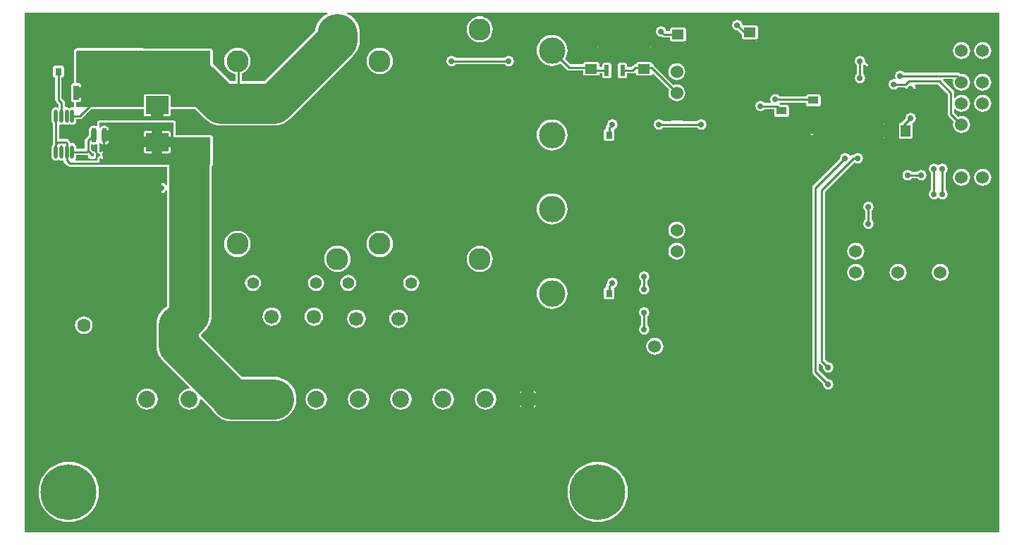
<source format=gbl>
G04 Layer_Physical_Order=2*
G04 Layer_Color=16711680*
%FSLAX24Y24*%
%MOIN*%
G70*
G01*
G75*
%ADD10R,0.0157X0.0157*%
%ADD12O,0.0236X0.0709*%
%ADD14R,0.0315X0.0374*%
%ADD19O,0.0177X0.0630*%
%ADD20R,0.1080X0.0850*%
%ADD21R,0.0256X0.0689*%
%ADD23C,0.0100*%
%ADD24C,0.1900*%
%ADD26C,0.1037*%
%ADD27C,0.0551*%
%ADD28C,0.0600*%
%ADD29C,0.0669*%
%ADD30C,0.0799*%
%ADD31C,0.1250*%
%ADD32C,0.0630*%
%ADD33C,0.0290*%
%ADD34C,0.0500*%
%ADD35C,0.2640*%
%ADD36R,0.0551X0.0453*%
%ADD37R,0.0236X0.0531*%
%ADD38R,0.0480X0.0358*%
%ADD39R,0.0453X0.0551*%
G36*
X9000Y22998D02*
X9000Y20318D01*
X7119Y20318D01*
Y20831D01*
X7112Y20870D01*
X7090Y20903D01*
X7056Y20925D01*
X7017Y20932D01*
X5938D01*
X5899Y20925D01*
X5865Y20903D01*
X5843Y20870D01*
X5836Y20831D01*
Y20318D01*
X2663Y20318D01*
Y20554D01*
X2785D01*
X2824Y20561D01*
X2857Y20583D01*
X2879Y20616D01*
X2887Y20656D01*
Y20750D01*
X2657D01*
Y21250D01*
X2887D01*
Y21344D01*
X2879Y21384D01*
X2857Y21417D01*
X2824Y21439D01*
X2785Y21446D01*
X2663D01*
X2663Y22969D01*
X2698Y23004D01*
X9000Y22998D01*
D02*
G37*
G36*
X46296Y204D02*
X204D01*
Y24796D01*
X14533D01*
X14543Y24747D01*
X14522Y24738D01*
X14381Y24652D01*
X14255Y24545D01*
X14148Y24419D01*
X14062Y24278D01*
X13998Y24125D01*
X13960Y23965D01*
X13958Y23948D01*
X11564Y21553D01*
X10486D01*
Y21921D01*
X10513Y21930D01*
X10621Y21987D01*
X10715Y22064D01*
X10793Y22159D01*
X10850Y22266D01*
X10885Y22383D01*
X10897Y22504D01*
X10885Y22625D01*
X10850Y22742D01*
X10793Y22849D01*
X10715Y22944D01*
X10621Y23021D01*
X10513Y23078D01*
X10397Y23114D01*
X10276Y23126D01*
X10154Y23114D01*
X10038Y23078D01*
X9930Y23021D01*
X9836Y22944D01*
X9759Y22849D01*
X9701Y22742D01*
X9666Y22625D01*
X9654Y22504D01*
X9666Y22383D01*
X9701Y22266D01*
X9759Y22159D01*
X9836Y22064D01*
X9930Y21987D01*
X10038Y21930D01*
X10154Y21894D01*
X10180Y21892D01*
Y21553D01*
X9936D01*
X9245Y22245D01*
X9119Y22352D01*
X9102Y22363D01*
Y22998D01*
X9098Y23017D01*
X9094Y23037D01*
X9094Y23037D01*
X9094Y23037D01*
X9083Y23054D01*
X9072Y23070D01*
X9072Y23070D01*
X9072Y23070D01*
X9056Y23081D01*
X9039Y23092D01*
X9039Y23092D01*
X9039Y23092D01*
X9020Y23096D01*
X9000Y23100D01*
X2698Y23106D01*
X2698Y23106D01*
X2698Y23106D01*
X2678Y23102D01*
X2659Y23099D01*
X2659Y23099D01*
X2659Y23099D01*
X2642Y23087D01*
X2626Y23077D01*
X2626Y23077D01*
X2626Y23077D01*
X2591Y23041D01*
X2591Y23041D01*
X2590Y23041D01*
X2579Y23025D01*
X2568Y23008D01*
X2568Y23008D01*
X2568Y23008D01*
X2564Y22989D01*
X2561Y22969D01*
X2561Y22969D01*
X2561Y22969D01*
X2561Y21446D01*
X2529D01*
X2490Y21439D01*
X2457Y21417D01*
X2434Y21384D01*
X2427Y21344D01*
Y20656D01*
X2434Y20616D01*
X2457Y20583D01*
X2490Y20561D01*
X2529Y20554D01*
X2561D01*
Y20340D01*
X2556Y20333D01*
X2522Y20306D01*
X2513Y20303D01*
X2461Y20313D01*
X2388Y20299D01*
X2333Y20262D01*
X2279Y20299D01*
X2205Y20313D01*
X2170Y20306D01*
X2120Y20346D01*
Y20511D01*
X2108Y20569D01*
X2075Y20619D01*
X1965Y20729D01*
Y21711D01*
X1970D01*
X2009Y21719D01*
X2042Y21741D01*
X2064Y21774D01*
X2072Y21813D01*
Y22187D01*
X2064Y22226D01*
X2042Y22259D01*
X2009Y22281D01*
X1970Y22289D01*
X1655D01*
X1616Y22281D01*
X1583Y22259D01*
X1560Y22226D01*
X1553Y22187D01*
Y21813D01*
X1560Y21774D01*
X1583Y21741D01*
X1616Y21719D01*
X1655Y21711D01*
X1659D01*
Y20665D01*
X1671Y20607D01*
X1704Y20557D01*
X1814Y20447D01*
Y20320D01*
X1775Y20299D01*
X1764Y20299D01*
X1694Y20313D01*
X1620Y20299D01*
X1558Y20257D01*
X1516Y20194D01*
X1501Y20121D01*
Y19668D01*
X1516Y19595D01*
X1541Y19558D01*
Y18539D01*
X1516Y18502D01*
X1501Y18428D01*
Y17975D01*
X1516Y17902D01*
X1558Y17839D01*
X1620Y17798D01*
X1694Y17783D01*
X1767Y17798D01*
X1822Y17834D01*
X1876Y17798D01*
X1950Y17783D01*
X2002Y17793D01*
X2035Y17784D01*
X2056Y17760D01*
X2064Y17721D01*
X2097Y17671D01*
X2228Y17540D01*
X2278Y17507D01*
X2337Y17495D01*
X3777D01*
X3792Y17498D01*
X6947D01*
Y16630D01*
X6897Y16615D01*
X6856Y16677D01*
X6775Y16731D01*
X6679Y16750D01*
Y16250D01*
X6775Y16269D01*
X6856Y16323D01*
X6897Y16385D01*
X6947Y16370D01*
Y10921D01*
X6863Y10837D01*
X6755Y10745D01*
X6648Y10619D01*
X6562Y10478D01*
X6498Y10325D01*
X6460Y10165D01*
X6447Y10000D01*
Y9050D01*
X6460Y8885D01*
X6498Y8725D01*
X6562Y8572D01*
X6648Y8431D01*
X6755Y8305D01*
X8012Y7049D01*
X7988Y7002D01*
X7870Y6987D01*
X7748Y6936D01*
X7644Y6856D01*
X7564Y6752D01*
X7513Y6630D01*
X7496Y6500D01*
X7513Y6370D01*
X7564Y6248D01*
X7644Y6144D01*
X7748Y6064D01*
X7870Y6013D01*
X8000Y5996D01*
X8130Y6013D01*
X8252Y6064D01*
X8356Y6144D01*
X8436Y6248D01*
X8487Y6370D01*
X8502Y6488D01*
X8549Y6512D01*
X9098Y5963D01*
X9148Y5881D01*
X9255Y5755D01*
X9381Y5648D01*
X9522Y5562D01*
X9675Y5498D01*
X9835Y5460D01*
X10000Y5447D01*
X12000D01*
X12165Y5460D01*
X12325Y5498D01*
X12478Y5562D01*
X12619Y5648D01*
X12745Y5755D01*
X12852Y5881D01*
X12938Y6022D01*
X13002Y6175D01*
X13040Y6335D01*
X13053Y6500D01*
X13040Y6665D01*
X13002Y6825D01*
X12938Y6978D01*
X12852Y7119D01*
X12745Y7245D01*
X12619Y7352D01*
X12478Y7438D01*
X12325Y7502D01*
X12165Y7540D01*
X12000Y7553D01*
X10486D01*
X8553Y9486D01*
Y9548D01*
X8745Y9739D01*
X8852Y9865D01*
X8938Y10006D01*
X9002Y10159D01*
X9040Y10319D01*
X9053Y10484D01*
Y17500D01*
X9052Y17515D01*
X9072Y17528D01*
X9094Y17561D01*
X9102Y17600D01*
Y18900D01*
X9094Y18939D01*
X9072Y18972D01*
X9039Y18994D01*
X9000Y19002D01*
X7352D01*
Y19600D01*
X7344Y19639D01*
X7322Y19672D01*
X7289Y19694D01*
X7250Y19702D01*
X3750D01*
X3711Y19694D01*
X3678Y19672D01*
X3656Y19639D01*
X3648Y19600D01*
Y19433D01*
X3598Y19406D01*
X3563Y19430D01*
X3477Y19447D01*
X3392Y19430D01*
X3320Y19382D01*
X3272Y19310D01*
X3255Y19224D01*
Y18982D01*
X3094Y18821D01*
X3061Y18771D01*
X3049Y18713D01*
Y18355D01*
X2654D01*
Y18428D01*
X2639Y18502D01*
X2597Y18564D01*
X2535Y18606D01*
X2461Y18620D01*
X2408Y18610D01*
X2376Y18619D01*
X2354Y18643D01*
X2347Y18682D01*
X2314Y18732D01*
X2271Y18775D01*
X2221Y18808D01*
X2163Y18819D01*
X1847D01*
Y19455D01*
X1897Y19486D01*
X1950Y19476D01*
X2023Y19490D01*
X2077Y19527D01*
X2132Y19490D01*
X2205Y19476D01*
X2279Y19490D01*
X2333Y19527D01*
X2388Y19490D01*
X2461Y19476D01*
X2535Y19490D01*
X2597Y19532D01*
X2639Y19595D01*
X2654Y19668D01*
Y19742D01*
X2824D01*
X2882Y19753D01*
X2932Y19786D01*
X3361Y20216D01*
X5836Y20216D01*
Y19981D01*
X5843Y19941D01*
X5865Y19908D01*
X5899Y19886D01*
X5938Y19879D01*
X6177D01*
Y20406D01*
X6777D01*
Y19879D01*
X7017D01*
X7056Y19886D01*
X7090Y19908D01*
X7112Y19941D01*
X7119Y19981D01*
Y20216D01*
X8295Y20216D01*
X8755Y19755D01*
X8881Y19648D01*
X9022Y19562D01*
X9175Y19498D01*
X9335Y19460D01*
X9500Y19447D01*
X12000D01*
X12165Y19460D01*
X12325Y19498D01*
X12478Y19562D01*
X12619Y19648D01*
X12745Y19755D01*
X15745Y22755D01*
X15852Y22881D01*
X15938Y23022D01*
X16002Y23175D01*
X16040Y23335D01*
X16053Y23500D01*
Y23800D01*
X16040Y23965D01*
X16002Y24125D01*
X15938Y24278D01*
X15852Y24419D01*
X15745Y24545D01*
X15619Y24652D01*
X15478Y24738D01*
X15457Y24747D01*
X15467Y24796D01*
X46296D01*
Y204D01*
D02*
G37*
G36*
X3648Y18544D02*
Y18211D01*
X3649Y18206D01*
X3649Y18201D01*
X3653Y18186D01*
X3656Y18172D01*
X3659Y18168D01*
X3660Y18163D01*
X3670Y18151D01*
X3678Y18139D01*
X3682Y18136D01*
X3685Y18132D01*
X3699Y18125D01*
X3711Y18117D01*
X3716Y18116D01*
X3720Y18113D01*
X3770Y18098D01*
X3772Y18098D01*
Y17998D01*
X3770Y17998D01*
X3720Y17983D01*
X3716Y17980D01*
X3711Y17980D01*
X3699Y17971D01*
X3685Y17964D01*
X3682Y17960D01*
X3678Y17957D01*
X3670Y17945D01*
X3660Y17933D01*
X3659Y17929D01*
X3656Y17924D01*
X3653Y17910D01*
X3649Y17895D01*
X3649Y17890D01*
X3648Y17885D01*
Y17801D01*
X2623D01*
X2605Y17851D01*
X2639Y17902D01*
X2654Y17975D01*
Y18049D01*
X3155D01*
X3180Y18054D01*
X3221Y18012D01*
Y17969D01*
X3229Y17930D01*
X3251Y17897D01*
X3284Y17875D01*
X3323Y17867D01*
X3481D01*
X3520Y17875D01*
X3553Y17897D01*
X3575Y17930D01*
X3583Y17969D01*
Y18127D01*
X3575Y18166D01*
X3553Y18199D01*
X3520Y18221D01*
X3481Y18229D01*
X3437D01*
X3355Y18311D01*
Y18516D01*
X3405Y18544D01*
X3477Y18530D01*
X3563Y18547D01*
X3598Y18570D01*
X3648Y18544D01*
D02*
G37*
G36*
X7250Y18900D02*
X9000D01*
Y17600D01*
X3750D01*
Y17885D01*
X3800Y17900D01*
X3802Y17897D01*
X3835Y17875D01*
X3874Y17867D01*
X3953D01*
Y18229D01*
X3874D01*
X3835Y18221D01*
X3802Y18199D01*
X3800Y18196D01*
X3750Y18211D01*
Y18610D01*
X3800Y18625D01*
X3820Y18595D01*
X3892Y18547D01*
X3977Y18530D01*
X4063Y18547D01*
X4135Y18595D01*
X4183Y18667D01*
X4197Y18738D01*
X3977D01*
Y19238D01*
X4197D01*
X4183Y19310D01*
X4135Y19382D01*
X4063Y19430D01*
X3977Y19447D01*
X3892Y19430D01*
X3820Y19382D01*
X3800Y19351D01*
X3750Y19367D01*
Y19600D01*
X7250D01*
Y18900D01*
D02*
G37*
%LPC*%
G36*
X21724Y13752D02*
X21603Y13740D01*
X21486Y13704D01*
X21379Y13647D01*
X21285Y13570D01*
X21207Y13475D01*
X21150Y13368D01*
X21115Y13251D01*
X21103Y13130D01*
X21115Y13009D01*
X21150Y12892D01*
X21207Y12785D01*
X21285Y12690D01*
X21379Y12613D01*
X21486Y12556D01*
X21603Y12520D01*
X21724Y12508D01*
X21846Y12520D01*
X21962Y12556D01*
X22070Y12613D01*
X22164Y12690D01*
X22241Y12785D01*
X22299Y12892D01*
X22334Y13009D01*
X22346Y13130D01*
X22334Y13251D01*
X22299Y13368D01*
X22241Y13475D01*
X22164Y13570D01*
X22070Y13647D01*
X21962Y13704D01*
X21846Y13740D01*
X21724Y13752D01*
D02*
G37*
G36*
X43500Y12903D02*
X43396Y12890D01*
X43298Y12849D01*
X43215Y12785D01*
X43151Y12702D01*
X43110Y12604D01*
X43097Y12500D01*
X43110Y12396D01*
X43151Y12298D01*
X43215Y12215D01*
X43298Y12151D01*
X43396Y12110D01*
X43500Y12097D01*
X43604Y12110D01*
X43702Y12151D01*
X43785Y12215D01*
X43849Y12298D01*
X43890Y12396D01*
X43903Y12500D01*
X43890Y12604D01*
X43849Y12702D01*
X43785Y12785D01*
X43702Y12849D01*
X43604Y12890D01*
X43500Y12903D01*
D02*
G37*
G36*
X15000Y13756D02*
X14879Y13744D01*
X14762Y13708D01*
X14655Y13651D01*
X14560Y13573D01*
X14483Y13479D01*
X14426Y13372D01*
X14390Y13255D01*
X14378Y13134D01*
X14390Y13013D01*
X14426Y12896D01*
X14483Y12788D01*
X14560Y12694D01*
X14655Y12617D01*
X14762Y12559D01*
X14879Y12524D01*
X15000Y12512D01*
X15121Y12524D01*
X15238Y12559D01*
X15345Y12617D01*
X15440Y12694D01*
X15517Y12788D01*
X15574Y12896D01*
X15610Y13013D01*
X15622Y13134D01*
X15610Y13255D01*
X15574Y13372D01*
X15517Y13479D01*
X15440Y13573D01*
X15345Y13651D01*
X15238Y13708D01*
X15121Y13744D01*
X15000Y13756D01*
D02*
G37*
G36*
X39500Y13903D02*
X39396Y13890D01*
X39298Y13849D01*
X39215Y13785D01*
X39151Y13702D01*
X39110Y13604D01*
X39097Y13500D01*
X39110Y13396D01*
X39151Y13298D01*
X39215Y13215D01*
X39298Y13151D01*
X39396Y13110D01*
X39500Y13097D01*
X39604Y13110D01*
X39702Y13151D01*
X39785Y13215D01*
X39849Y13298D01*
X39890Y13396D01*
X39903Y13500D01*
X39890Y13604D01*
X39849Y13702D01*
X39785Y13785D01*
X39702Y13849D01*
X39604Y13890D01*
X39500Y13903D01*
D02*
G37*
G36*
X31043D02*
X30939Y13890D01*
X30842Y13849D01*
X30758Y13785D01*
X30694Y13702D01*
X30654Y13604D01*
X30640Y13500D01*
X30654Y13396D01*
X30694Y13298D01*
X30758Y13215D01*
X30842Y13151D01*
X30939Y13110D01*
X31043Y13097D01*
X31148Y13110D01*
X31245Y13151D01*
X31329Y13215D01*
X31393Y13298D01*
X31433Y13396D01*
X31447Y13500D01*
X31433Y13604D01*
X31393Y13702D01*
X31329Y13785D01*
X31245Y13849D01*
X31148Y13890D01*
X31043Y13903D01*
D02*
G37*
G36*
X41500Y12903D02*
X41396Y12890D01*
X41298Y12849D01*
X41215Y12785D01*
X41151Y12702D01*
X41110Y12604D01*
X41097Y12500D01*
X41110Y12396D01*
X41151Y12298D01*
X41215Y12215D01*
X41298Y12151D01*
X41396Y12110D01*
X41500Y12097D01*
X41604Y12110D01*
X41702Y12151D01*
X41785Y12215D01*
X41849Y12298D01*
X41890Y12396D01*
X41903Y12500D01*
X41890Y12604D01*
X41849Y12702D01*
X41785Y12785D01*
X41702Y12849D01*
X41604Y12890D01*
X41500Y12903D01*
D02*
G37*
G36*
X13996Y12379D02*
X13898Y12366D01*
X13807Y12328D01*
X13728Y12268D01*
X13668Y12189D01*
X13630Y12098D01*
X13617Y12000D01*
X13630Y11902D01*
X13668Y11811D01*
X13728Y11732D01*
X13807Y11672D01*
X13898Y11634D01*
X13996Y11621D01*
X14094Y11634D01*
X14185Y11672D01*
X14264Y11732D01*
X14324Y11811D01*
X14362Y11902D01*
X14375Y12000D01*
X14362Y12098D01*
X14324Y12189D01*
X14264Y12268D01*
X14185Y12328D01*
X14094Y12366D01*
X13996Y12379D01*
D02*
G37*
G36*
X11004D02*
X10906Y12366D01*
X10815Y12328D01*
X10736Y12268D01*
X10676Y12189D01*
X10638Y12098D01*
X10625Y12000D01*
X10638Y11902D01*
X10676Y11811D01*
X10736Y11732D01*
X10815Y11672D01*
X10906Y11634D01*
X11004Y11621D01*
X11102Y11634D01*
X11193Y11672D01*
X11272Y11732D01*
X11332Y11811D01*
X11370Y11902D01*
X11383Y12000D01*
X11370Y12098D01*
X11332Y12189D01*
X11272Y12268D01*
X11193Y12328D01*
X11102Y12366D01*
X11004Y12379D01*
D02*
G37*
G36*
X15504D02*
X15406Y12366D01*
X15315Y12328D01*
X15236Y12268D01*
X15176Y12189D01*
X15138Y12098D01*
X15125Y12000D01*
X15138Y11902D01*
X15176Y11811D01*
X15236Y11732D01*
X15315Y11672D01*
X15406Y11634D01*
X15504Y11621D01*
X15602Y11634D01*
X15693Y11672D01*
X15772Y11732D01*
X15832Y11811D01*
X15870Y11902D01*
X15883Y12000D01*
X15870Y12098D01*
X15832Y12189D01*
X15772Y12268D01*
X15693Y12328D01*
X15602Y12366D01*
X15504Y12379D01*
D02*
G37*
G36*
X39500Y12903D02*
X39396Y12890D01*
X39298Y12849D01*
X39215Y12785D01*
X39151Y12702D01*
X39110Y12604D01*
X39097Y12500D01*
X39110Y12396D01*
X39151Y12298D01*
X39215Y12215D01*
X39298Y12151D01*
X39396Y12110D01*
X39500Y12097D01*
X39604Y12110D01*
X39702Y12151D01*
X39785Y12215D01*
X39849Y12298D01*
X39890Y12396D01*
X39903Y12500D01*
X39890Y12604D01*
X39849Y12702D01*
X39785Y12785D01*
X39702Y12849D01*
X39604Y12890D01*
X39500Y12903D01*
D02*
G37*
G36*
X18496Y12379D02*
X18398Y12366D01*
X18307Y12328D01*
X18228Y12268D01*
X18168Y12189D01*
X18130Y12098D01*
X18117Y12000D01*
X18130Y11902D01*
X18168Y11811D01*
X18228Y11732D01*
X18307Y11672D01*
X18398Y11634D01*
X18496Y11621D01*
X18594Y11634D01*
X18685Y11672D01*
X18764Y11732D01*
X18824Y11811D01*
X18862Y11902D01*
X18875Y12000D01*
X18862Y12098D01*
X18824Y12189D01*
X18764Y12268D01*
X18685Y12328D01*
X18594Y12366D01*
X18496Y12379D01*
D02*
G37*
G36*
X42600Y17350D02*
X42504Y17331D01*
X42423Y17277D01*
X42408Y17253D01*
X42152D01*
X42136Y17277D01*
X42055Y17331D01*
X41960Y17350D01*
X41864Y17331D01*
X41783Y17277D01*
X41729Y17196D01*
X41710Y17100D01*
X41729Y17004D01*
X41783Y16923D01*
X41864Y16869D01*
X41960Y16850D01*
X42055Y16869D01*
X42136Y16923D01*
X42152Y16947D01*
X42408D01*
X42423Y16923D01*
X42504Y16869D01*
X42600Y16850D01*
X42696Y16869D01*
X42777Y16923D01*
X42831Y17004D01*
X42850Y17100D01*
X42831Y17196D01*
X42777Y17277D01*
X42696Y17331D01*
X42600Y17350D01*
D02*
G37*
G36*
X45500Y17403D02*
X45396Y17390D01*
X45298Y17349D01*
X45215Y17285D01*
X45151Y17202D01*
X45110Y17104D01*
X45097Y17000D01*
X45110Y16896D01*
X45151Y16798D01*
X45215Y16715D01*
X45298Y16651D01*
X45396Y16610D01*
X45500Y16597D01*
X45604Y16610D01*
X45702Y16651D01*
X45785Y16715D01*
X45849Y16798D01*
X45890Y16896D01*
X45903Y17000D01*
X45890Y17104D01*
X45849Y17202D01*
X45785Y17285D01*
X45702Y17349D01*
X45604Y17390D01*
X45500Y17403D01*
D02*
G37*
G36*
X43600Y17650D02*
X43504Y17631D01*
X43433Y17583D01*
X43400Y17579D01*
X43367Y17583D01*
X43296Y17631D01*
X43200Y17650D01*
X43104Y17631D01*
X43023Y17577D01*
X42969Y17496D01*
X42950Y17400D01*
X42969Y17304D01*
X43023Y17223D01*
X43047Y17208D01*
Y16392D01*
X43023Y16377D01*
X42969Y16296D01*
X42950Y16200D01*
X42969Y16104D01*
X43023Y16023D01*
X43104Y15969D01*
X43200Y15950D01*
X43296Y15969D01*
X43367Y16017D01*
X43400Y16021D01*
X43433Y16017D01*
X43504Y15969D01*
X43600Y15950D01*
X43696Y15969D01*
X43777Y16023D01*
X43831Y16104D01*
X43850Y16200D01*
X43831Y16296D01*
X43777Y16377D01*
X43753Y16392D01*
Y17208D01*
X43777Y17223D01*
X43831Y17304D01*
X43850Y17400D01*
X43831Y17496D01*
X43777Y17577D01*
X43696Y17631D01*
X43600Y17650D01*
D02*
G37*
G36*
X39600Y18150D02*
X39504Y18131D01*
X39423Y18077D01*
X39408Y18053D01*
X39400D01*
X39341Y18041D01*
X39292Y18008D01*
X39278Y17994D01*
X39222Y18009D01*
X39177Y18077D01*
X39096Y18131D01*
X39000Y18150D01*
X38904Y18131D01*
X38823Y18077D01*
X38769Y17996D01*
X38750Y17900D01*
X38756Y17872D01*
X37492Y16608D01*
X37459Y16559D01*
X37447Y16500D01*
Y7800D01*
X37459Y7741D01*
X37492Y7692D01*
X37956Y7228D01*
X37950Y7200D01*
X37969Y7104D01*
X38023Y7023D01*
X38104Y6969D01*
X38200Y6950D01*
X38296Y6969D01*
X38377Y7023D01*
X38431Y7104D01*
X38450Y7200D01*
X38431Y7296D01*
X38377Y7377D01*
X38296Y7431D01*
X38200Y7450D01*
X38172Y7444D01*
X37753Y7863D01*
Y8162D01*
X37759Y8167D01*
X37803Y8181D01*
X37956Y8028D01*
X37950Y8000D01*
X37969Y7904D01*
X38023Y7823D01*
X38104Y7769D01*
X38200Y7750D01*
X38296Y7769D01*
X38377Y7823D01*
X38431Y7904D01*
X38450Y8000D01*
X38431Y8096D01*
X38377Y8177D01*
X38296Y8231D01*
X38200Y8250D01*
X38172Y8244D01*
X38053Y8363D01*
Y16319D01*
X39403Y17670D01*
X39434Y17716D01*
X39504Y17669D01*
X39600Y17650D01*
X39696Y17669D01*
X39777Y17723D01*
X39831Y17804D01*
X39850Y17900D01*
X39831Y17996D01*
X39777Y18077D01*
X39696Y18131D01*
X39600Y18150D01*
D02*
G37*
G36*
X44500Y17403D02*
X44396Y17390D01*
X44298Y17349D01*
X44215Y17285D01*
X44151Y17202D01*
X44110Y17104D01*
X44097Y17000D01*
X44110Y16896D01*
X44151Y16798D01*
X44215Y16715D01*
X44298Y16651D01*
X44396Y16610D01*
X44500Y16597D01*
X44604Y16610D01*
X44702Y16651D01*
X44785Y16715D01*
X44849Y16798D01*
X44890Y16896D01*
X44903Y17000D01*
X44890Y17104D01*
X44849Y17202D01*
X44785Y17285D01*
X44702Y17349D01*
X44604Y17390D01*
X44500Y17403D01*
D02*
G37*
G36*
X10276Y14464D02*
X10154Y14452D01*
X10038Y14417D01*
X9930Y14359D01*
X9836Y14282D01*
X9759Y14188D01*
X9701Y14080D01*
X9666Y13964D01*
X9654Y13843D01*
X9666Y13721D01*
X9701Y13605D01*
X9759Y13497D01*
X9836Y13403D01*
X9930Y13326D01*
X10038Y13268D01*
X10154Y13233D01*
X10276Y13221D01*
X10397Y13233D01*
X10513Y13268D01*
X10621Y13326D01*
X10715Y13403D01*
X10793Y13497D01*
X10850Y13605D01*
X10885Y13721D01*
X10897Y13843D01*
X10885Y13964D01*
X10850Y14080D01*
X10793Y14188D01*
X10715Y14282D01*
X10621Y14359D01*
X10513Y14417D01*
X10397Y14452D01*
X10276Y14464D01*
D02*
G37*
G36*
X17000Y14460D02*
X16879Y14448D01*
X16762Y14413D01*
X16655Y14355D01*
X16560Y14278D01*
X16483Y14184D01*
X16426Y14076D01*
X16390Y13960D01*
X16378Y13839D01*
X16390Y13717D01*
X16426Y13601D01*
X16483Y13493D01*
X16560Y13399D01*
X16655Y13322D01*
X16762Y13264D01*
X16879Y13229D01*
X17000Y13217D01*
X17121Y13229D01*
X17238Y13264D01*
X17345Y13322D01*
X17440Y13399D01*
X17517Y13493D01*
X17574Y13601D01*
X17610Y13717D01*
X17622Y13839D01*
X17610Y13960D01*
X17574Y14076D01*
X17517Y14184D01*
X17440Y14278D01*
X17345Y14355D01*
X17238Y14413D01*
X17121Y14448D01*
X17000Y14460D01*
D02*
G37*
G36*
X31043Y14903D02*
X30939Y14890D01*
X30842Y14849D01*
X30758Y14785D01*
X30694Y14702D01*
X30654Y14604D01*
X30640Y14500D01*
X30654Y14396D01*
X30694Y14298D01*
X30758Y14215D01*
X30842Y14151D01*
X30939Y14110D01*
X31043Y14097D01*
X31148Y14110D01*
X31245Y14151D01*
X31329Y14215D01*
X31393Y14298D01*
X31433Y14396D01*
X31447Y14500D01*
X31433Y14604D01*
X31393Y14702D01*
X31329Y14785D01*
X31245Y14849D01*
X31148Y14890D01*
X31043Y14903D01*
D02*
G37*
G36*
X25143Y16229D02*
X25001Y16215D01*
X24865Y16173D01*
X24739Y16106D01*
X24628Y16015D01*
X24538Y15905D01*
X24470Y15779D01*
X24429Y15642D01*
X24415Y15500D01*
X24429Y15358D01*
X24470Y15221D01*
X24538Y15095D01*
X24628Y14985D01*
X24739Y14894D01*
X24865Y14827D01*
X25001Y14785D01*
X25143Y14771D01*
X25285Y14785D01*
X25422Y14827D01*
X25548Y14894D01*
X25658Y14985D01*
X25749Y15095D01*
X25816Y15221D01*
X25858Y15358D01*
X25872Y15500D01*
X25858Y15642D01*
X25816Y15779D01*
X25749Y15905D01*
X25658Y16015D01*
X25548Y16106D01*
X25422Y16173D01*
X25285Y16215D01*
X25143Y16229D01*
D02*
G37*
G36*
X40100Y15850D02*
X40004Y15831D01*
X39923Y15777D01*
X39869Y15696D01*
X39850Y15600D01*
X39869Y15504D01*
X39923Y15423D01*
X39947Y15408D01*
Y14992D01*
X39923Y14977D01*
X39869Y14896D01*
X39850Y14800D01*
X39869Y14704D01*
X39923Y14623D01*
X40004Y14569D01*
X40100Y14550D01*
X40196Y14569D01*
X40277Y14623D01*
X40331Y14704D01*
X40350Y14800D01*
X40331Y14896D01*
X40277Y14977D01*
X40253Y14992D01*
Y15408D01*
X40277Y15423D01*
X40331Y15504D01*
X40350Y15600D01*
X40331Y15696D01*
X40277Y15777D01*
X40196Y15831D01*
X40100Y15850D01*
D02*
G37*
G36*
X22000Y7004D02*
X21870Y6987D01*
X21748Y6936D01*
X21644Y6856D01*
X21564Y6752D01*
X21513Y6630D01*
X21496Y6500D01*
X21513Y6370D01*
X21564Y6248D01*
X21644Y6144D01*
X21748Y6064D01*
X21870Y6013D01*
X22000Y5996D01*
X22130Y6013D01*
X22252Y6064D01*
X22356Y6144D01*
X22436Y6248D01*
X22487Y6370D01*
X22504Y6500D01*
X22487Y6630D01*
X22436Y6752D01*
X22356Y6856D01*
X22252Y6936D01*
X22130Y6987D01*
X22000Y7004D01*
D02*
G37*
G36*
X20000D02*
X19870Y6987D01*
X19748Y6936D01*
X19644Y6856D01*
X19564Y6752D01*
X19513Y6630D01*
X19496Y6500D01*
X19513Y6370D01*
X19564Y6248D01*
X19644Y6144D01*
X19748Y6064D01*
X19870Y6013D01*
X20000Y5996D01*
X20130Y6013D01*
X20252Y6064D01*
X20356Y6144D01*
X20436Y6248D01*
X20487Y6370D01*
X20504Y6500D01*
X20487Y6630D01*
X20436Y6752D01*
X20356Y6856D01*
X20252Y6936D01*
X20130Y6987D01*
X20000Y7004D01*
D02*
G37*
G36*
X23700Y6200D02*
X23600D01*
X23644Y6144D01*
X23700Y6100D01*
Y6200D01*
D02*
G37*
G36*
Y6900D02*
X23644Y6856D01*
X23600Y6800D01*
X23700D01*
Y6900D01*
D02*
G37*
G36*
X24400Y6200D02*
X24300D01*
Y6100D01*
X24356Y6144D01*
X24400Y6200D01*
D02*
G37*
G36*
X18000Y7004D02*
X17870Y6987D01*
X17748Y6936D01*
X17644Y6856D01*
X17564Y6752D01*
X17513Y6630D01*
X17496Y6500D01*
X17513Y6370D01*
X17564Y6248D01*
X17644Y6144D01*
X17748Y6064D01*
X17870Y6013D01*
X18000Y5996D01*
X18130Y6013D01*
X18252Y6064D01*
X18356Y6144D01*
X18436Y6248D01*
X18487Y6370D01*
X18504Y6500D01*
X18487Y6630D01*
X18436Y6752D01*
X18356Y6856D01*
X18252Y6936D01*
X18130Y6987D01*
X18000Y7004D01*
D02*
G37*
G36*
X27300Y3524D02*
X27077Y3507D01*
X26860Y3455D01*
X26653Y3369D01*
X26463Y3252D01*
X26293Y3107D01*
X26148Y2937D01*
X26031Y2747D01*
X25945Y2540D01*
X25893Y2323D01*
X25876Y2100D01*
X25893Y1877D01*
X25945Y1660D01*
X26031Y1453D01*
X26148Y1263D01*
X26293Y1093D01*
X26463Y948D01*
X26653Y831D01*
X26860Y745D01*
X27077Y693D01*
X27300Y676D01*
X27523Y693D01*
X27740Y745D01*
X27947Y831D01*
X28137Y948D01*
X28307Y1093D01*
X28452Y1263D01*
X28569Y1453D01*
X28655Y1660D01*
X28707Y1877D01*
X28724Y2100D01*
X28707Y2323D01*
X28655Y2540D01*
X28569Y2747D01*
X28452Y2937D01*
X28307Y3107D01*
X28137Y3252D01*
X27947Y3369D01*
X27740Y3455D01*
X27523Y3507D01*
X27300Y3524D01*
D02*
G37*
G36*
X2300D02*
X2077Y3507D01*
X1860Y3455D01*
X1653Y3369D01*
X1463Y3252D01*
X1293Y3107D01*
X1148Y2937D01*
X1031Y2747D01*
X945Y2540D01*
X893Y2323D01*
X876Y2100D01*
X893Y1877D01*
X945Y1660D01*
X1031Y1453D01*
X1148Y1263D01*
X1293Y1093D01*
X1463Y948D01*
X1653Y831D01*
X1860Y745D01*
X2077Y693D01*
X2300Y676D01*
X2523Y693D01*
X2740Y745D01*
X2947Y831D01*
X3137Y948D01*
X3307Y1093D01*
X3452Y1263D01*
X3569Y1453D01*
X3655Y1660D01*
X3707Y1877D01*
X3724Y2100D01*
X3707Y2323D01*
X3655Y2540D01*
X3569Y2747D01*
X3452Y2937D01*
X3307Y3107D01*
X3137Y3252D01*
X2947Y3369D01*
X2740Y3455D01*
X2523Y3507D01*
X2300Y3524D01*
D02*
G37*
G36*
X6000Y7004D02*
X5870Y6987D01*
X5748Y6936D01*
X5644Y6856D01*
X5564Y6752D01*
X5513Y6630D01*
X5496Y6500D01*
X5513Y6370D01*
X5564Y6248D01*
X5644Y6144D01*
X5748Y6064D01*
X5870Y6013D01*
X6000Y5996D01*
X6130Y6013D01*
X6252Y6064D01*
X6356Y6144D01*
X6436Y6248D01*
X6487Y6370D01*
X6504Y6500D01*
X6487Y6630D01*
X6436Y6752D01*
X6356Y6856D01*
X6252Y6936D01*
X6130Y6987D01*
X6000Y7004D01*
D02*
G37*
G36*
X16000D02*
X15870Y6987D01*
X15748Y6936D01*
X15644Y6856D01*
X15564Y6752D01*
X15513Y6630D01*
X15496Y6500D01*
X15513Y6370D01*
X15564Y6248D01*
X15644Y6144D01*
X15748Y6064D01*
X15870Y6013D01*
X16000Y5996D01*
X16130Y6013D01*
X16252Y6064D01*
X16356Y6144D01*
X16436Y6248D01*
X16487Y6370D01*
X16504Y6500D01*
X16487Y6630D01*
X16436Y6752D01*
X16356Y6856D01*
X16252Y6936D01*
X16130Y6987D01*
X16000Y7004D01*
D02*
G37*
G36*
X14000D02*
X13870Y6987D01*
X13748Y6936D01*
X13644Y6856D01*
X13564Y6752D01*
X13513Y6630D01*
X13496Y6500D01*
X13513Y6370D01*
X13564Y6248D01*
X13644Y6144D01*
X13748Y6064D01*
X13870Y6013D01*
X14000Y5996D01*
X14130Y6013D01*
X14252Y6064D01*
X14356Y6144D01*
X14436Y6248D01*
X14487Y6370D01*
X14504Y6500D01*
X14487Y6630D01*
X14436Y6752D01*
X14356Y6856D01*
X14252Y6936D01*
X14130Y6987D01*
X14000Y7004D01*
D02*
G37*
G36*
X13888Y10838D02*
X13775Y10823D01*
X13669Y10780D01*
X13578Y10710D01*
X13509Y10619D01*
X13465Y10513D01*
X13450Y10400D01*
X13465Y10287D01*
X13509Y10181D01*
X13578Y10090D01*
X13669Y10020D01*
X13775Y9977D01*
X13888Y9962D01*
X14002Y9977D01*
X14107Y10020D01*
X14198Y10090D01*
X14268Y10181D01*
X14312Y10287D01*
X14327Y10400D01*
X14312Y10513D01*
X14268Y10619D01*
X14198Y10710D01*
X14107Y10780D01*
X14002Y10823D01*
X13888Y10838D01*
D02*
G37*
G36*
X11900D02*
X11787Y10823D01*
X11681Y10780D01*
X11590Y10710D01*
X11520Y10619D01*
X11477Y10513D01*
X11462Y10400D01*
X11477Y10287D01*
X11520Y10181D01*
X11590Y10090D01*
X11681Y10020D01*
X11787Y9977D01*
X11900Y9962D01*
X12013Y9977D01*
X12119Y10020D01*
X12210Y10090D01*
X12280Y10181D01*
X12323Y10287D01*
X12338Y10400D01*
X12323Y10513D01*
X12280Y10619D01*
X12210Y10710D01*
X12119Y10780D01*
X12013Y10823D01*
X11900Y10838D01*
D02*
G37*
G36*
X25143Y12229D02*
X25001Y12215D01*
X24865Y12173D01*
X24739Y12106D01*
X24628Y12015D01*
X24538Y11905D01*
X24470Y11779D01*
X24429Y11642D01*
X24415Y11500D01*
X24429Y11358D01*
X24470Y11221D01*
X24538Y11095D01*
X24628Y10985D01*
X24739Y10894D01*
X24865Y10827D01*
X25001Y10785D01*
X25143Y10771D01*
X25285Y10785D01*
X25422Y10827D01*
X25548Y10894D01*
X25658Y10985D01*
X25749Y11095D01*
X25816Y11221D01*
X25858Y11358D01*
X25872Y11500D01*
X25858Y11642D01*
X25816Y11779D01*
X25749Y11905D01*
X25658Y12015D01*
X25548Y12106D01*
X25422Y12173D01*
X25285Y12215D01*
X25143Y12229D01*
D02*
G37*
G36*
X29500Y12550D02*
X29404Y12531D01*
X29323Y12477D01*
X29269Y12396D01*
X29250Y12300D01*
X29269Y12204D01*
X29323Y12123D01*
X29347Y12108D01*
Y11892D01*
X29323Y11877D01*
X29269Y11796D01*
X29250Y11700D01*
X29269Y11604D01*
X29323Y11523D01*
X29404Y11469D01*
X29500Y11450D01*
X29596Y11469D01*
X29677Y11523D01*
X29731Y11604D01*
X29750Y11700D01*
X29731Y11796D01*
X29677Y11877D01*
X29653Y11892D01*
Y12108D01*
X29677Y12123D01*
X29731Y12204D01*
X29750Y12300D01*
X29731Y12396D01*
X29677Y12477D01*
X29596Y12531D01*
X29500Y12550D01*
D02*
G37*
G36*
X28000Y12250D02*
X27904Y12231D01*
X27823Y12177D01*
X27769Y12096D01*
X27750Y12000D01*
X27756Y11972D01*
X27727Y11943D01*
X27693Y11893D01*
X27682Y11835D01*
Y11789D01*
X27677D01*
X27638Y11781D01*
X27605Y11759D01*
X27583Y11726D01*
X27575Y11687D01*
Y11313D01*
X27583Y11274D01*
X27605Y11241D01*
X27638Y11219D01*
X27677Y11211D01*
X27992D01*
X28031Y11219D01*
X28064Y11241D01*
X28086Y11274D01*
X28094Y11313D01*
Y11687D01*
X28086Y11726D01*
X28096Y11769D01*
X28177Y11823D01*
X28231Y11904D01*
X28250Y12000D01*
X28231Y12096D01*
X28177Y12177D01*
X28096Y12231D01*
X28000Y12250D01*
D02*
G37*
G36*
X17888Y10738D02*
X17775Y10723D01*
X17669Y10680D01*
X17578Y10610D01*
X17509Y10519D01*
X17465Y10413D01*
X17450Y10300D01*
X17465Y10187D01*
X17509Y10081D01*
X17578Y9990D01*
X17669Y9920D01*
X17775Y9877D01*
X17888Y9862D01*
X18002Y9877D01*
X18107Y9920D01*
X18198Y9990D01*
X18268Y10081D01*
X18312Y10187D01*
X18327Y10300D01*
X18312Y10413D01*
X18268Y10519D01*
X18198Y10610D01*
X18107Y10680D01*
X18002Y10723D01*
X17888Y10738D01*
D02*
G37*
G36*
X30000Y9403D02*
X29896Y9390D01*
X29798Y9349D01*
X29715Y9285D01*
X29651Y9202D01*
X29610Y9104D01*
X29597Y9000D01*
X29610Y8896D01*
X29651Y8798D01*
X29715Y8715D01*
X29798Y8651D01*
X29896Y8610D01*
X30000Y8597D01*
X30104Y8610D01*
X30202Y8651D01*
X30285Y8715D01*
X30349Y8798D01*
X30390Y8896D01*
X30403Y9000D01*
X30390Y9104D01*
X30349Y9202D01*
X30285Y9285D01*
X30202Y9349D01*
X30104Y9390D01*
X30000Y9403D01*
D02*
G37*
G36*
X24300Y6900D02*
Y6800D01*
X24400D01*
X24356Y6856D01*
X24300Y6900D01*
D02*
G37*
G36*
X29500Y10850D02*
X29404Y10831D01*
X29323Y10777D01*
X29269Y10696D01*
X29250Y10600D01*
X29269Y10504D01*
X29323Y10423D01*
X29347Y10408D01*
Y9992D01*
X29323Y9977D01*
X29269Y9896D01*
X29250Y9800D01*
X29269Y9704D01*
X29323Y9623D01*
X29404Y9569D01*
X29500Y9550D01*
X29596Y9569D01*
X29677Y9623D01*
X29731Y9704D01*
X29750Y9800D01*
X29731Y9896D01*
X29677Y9977D01*
X29653Y9992D01*
Y10408D01*
X29677Y10423D01*
X29731Y10504D01*
X29750Y10600D01*
X29731Y10696D01*
X29677Y10777D01*
X29596Y10831D01*
X29500Y10850D01*
D02*
G37*
G36*
X15900Y10738D02*
X15787Y10723D01*
X15681Y10680D01*
X15590Y10610D01*
X15520Y10519D01*
X15477Y10413D01*
X15462Y10300D01*
X15477Y10187D01*
X15520Y10081D01*
X15590Y9990D01*
X15681Y9920D01*
X15787Y9877D01*
X15900Y9862D01*
X16013Y9877D01*
X16119Y9920D01*
X16210Y9990D01*
X16280Y10081D01*
X16323Y10187D01*
X16338Y10300D01*
X16323Y10413D01*
X16280Y10519D01*
X16210Y10610D01*
X16119Y10680D01*
X16013Y10723D01*
X15900Y10738D01*
D02*
G37*
G36*
X3016Y10419D02*
X2907Y10404D01*
X2806Y10362D01*
X2720Y10296D01*
X2653Y10209D01*
X2611Y10108D01*
X2597Y10000D01*
X2611Y9892D01*
X2653Y9791D01*
X2720Y9704D01*
X2806Y9638D01*
X2907Y9596D01*
X3016Y9581D01*
X3124Y9596D01*
X3225Y9638D01*
X3312Y9704D01*
X3378Y9791D01*
X3420Y9892D01*
X3434Y10000D01*
X3420Y10108D01*
X3378Y10209D01*
X3312Y10296D01*
X3225Y10362D01*
X3124Y10404D01*
X3016Y10419D01*
D02*
G37*
G36*
X29845Y22564D02*
X29800D01*
Y22541D01*
X29815Y22544D01*
X29845Y22564D01*
D02*
G37*
G36*
X29200D02*
X29155D01*
X29185Y22544D01*
X29200Y22541D01*
Y22564D01*
D02*
G37*
G36*
X44500Y23403D02*
X44396Y23390D01*
X44298Y23349D01*
X44215Y23285D01*
X44151Y23202D01*
X44110Y23104D01*
X44097Y23000D01*
X44110Y22896D01*
X44151Y22798D01*
X44215Y22715D01*
X44298Y22651D01*
X44396Y22610D01*
X44500Y22597D01*
X44604Y22610D01*
X44702Y22651D01*
X44785Y22715D01*
X44849Y22798D01*
X44890Y22896D01*
X44903Y23000D01*
X44890Y23104D01*
X44849Y23202D01*
X44785Y23285D01*
X44702Y23349D01*
X44604Y23390D01*
X44500Y23403D01*
D02*
G37*
G36*
X23100Y22750D02*
X23004Y22731D01*
X22923Y22677D01*
X22908Y22653D01*
X20592D01*
X20577Y22677D01*
X20496Y22731D01*
X20400Y22750D01*
X20304Y22731D01*
X20223Y22677D01*
X20169Y22596D01*
X20150Y22500D01*
X20169Y22404D01*
X20223Y22323D01*
X20304Y22269D01*
X20400Y22250D01*
X20496Y22269D01*
X20577Y22323D01*
X20592Y22347D01*
X22908D01*
X22923Y22323D01*
X23004Y22269D01*
X23100Y22250D01*
X23196Y22269D01*
X23277Y22323D01*
X23331Y22404D01*
X23350Y22500D01*
X23331Y22596D01*
X23277Y22677D01*
X23196Y22731D01*
X23100Y22750D01*
D02*
G37*
G36*
X45500Y23403D02*
X45396Y23390D01*
X45298Y23349D01*
X45215Y23285D01*
X45151Y23202D01*
X45110Y23104D01*
X45097Y23000D01*
X45110Y22896D01*
X45151Y22798D01*
X45215Y22715D01*
X45298Y22651D01*
X45396Y22610D01*
X45500Y22597D01*
X45604Y22610D01*
X45702Y22651D01*
X45785Y22715D01*
X45849Y22798D01*
X45890Y22896D01*
X45903Y23000D01*
X45890Y23104D01*
X45849Y23202D01*
X45785Y23285D01*
X45702Y23349D01*
X45604Y23390D01*
X45500Y23403D01*
D02*
G37*
G36*
X27345Y22564D02*
X27300D01*
Y22541D01*
X27315Y22544D01*
X27345Y22564D01*
D02*
G37*
G36*
X17000Y23122D02*
X16879Y23110D01*
X16762Y23074D01*
X16655Y23017D01*
X16560Y22940D01*
X16483Y22845D01*
X16426Y22738D01*
X16390Y22621D01*
X16378Y22500D01*
X16390Y22379D01*
X16426Y22262D01*
X16483Y22155D01*
X16560Y22060D01*
X16655Y21983D01*
X16762Y21926D01*
X16879Y21890D01*
X17000Y21878D01*
X17121Y21890D01*
X17238Y21926D01*
X17345Y21983D01*
X17440Y22060D01*
X17517Y22155D01*
X17574Y22262D01*
X17610Y22379D01*
X17622Y22500D01*
X17610Y22621D01*
X17574Y22738D01*
X17517Y22845D01*
X17440Y22940D01*
X17345Y23017D01*
X17238Y23074D01*
X17121Y23110D01*
X17000Y23122D01*
D02*
G37*
G36*
X25143Y23729D02*
X25001Y23715D01*
X24865Y23673D01*
X24739Y23606D01*
X24628Y23515D01*
X24538Y23405D01*
X24470Y23279D01*
X24429Y23142D01*
X24415Y23000D01*
X24429Y22858D01*
X24470Y22721D01*
X24538Y22595D01*
X24628Y22485D01*
X24739Y22394D01*
X24865Y22327D01*
X25001Y22285D01*
X25143Y22271D01*
X25285Y22285D01*
X25422Y22327D01*
X25538Y22389D01*
X25838Y22089D01*
X25888Y22056D01*
X25946Y22044D01*
X26622D01*
Y21909D01*
X26630Y21870D01*
X26652Y21837D01*
X26685Y21815D01*
X26724Y21807D01*
X27276D01*
X27315Y21815D01*
X27348Y21837D01*
X27370Y21870D01*
X27377Y21907D01*
X27506D01*
Y21794D01*
X27514Y21755D01*
X27536Y21722D01*
X27569Y21700D01*
X27608Y21692D01*
X27844D01*
X27883Y21700D01*
X27916Y21722D01*
X27938Y21755D01*
X27946Y21794D01*
Y22325D01*
X27938Y22364D01*
X27916Y22397D01*
X27883Y22419D01*
X27844Y22427D01*
X27608D01*
X27569Y22419D01*
X27536Y22397D01*
X27514Y22364D01*
X27506Y22325D01*
Y22212D01*
X27378D01*
Y22362D01*
X27370Y22401D01*
X27348Y22434D01*
X27315Y22456D01*
X27276Y22464D01*
X26724D01*
X26685Y22456D01*
X26652Y22434D01*
X26630Y22401D01*
X26622Y22362D01*
Y22350D01*
X26009D01*
X25754Y22605D01*
X25816Y22721D01*
X25858Y22858D01*
X25872Y23000D01*
X25858Y23142D01*
X25816Y23279D01*
X25749Y23405D01*
X25658Y23515D01*
X25548Y23606D01*
X25422Y23673D01*
X25285Y23715D01*
X25143Y23729D01*
D02*
G37*
G36*
X29776Y22464D02*
X29224D01*
X29185Y22456D01*
X29152Y22434D01*
X29130Y22401D01*
X29122Y22362D01*
Y22350D01*
X29100D01*
X29041Y22339D01*
X28992Y22305D01*
X28899Y22212D01*
X28694D01*
Y22325D01*
X28686Y22364D01*
X28664Y22397D01*
X28631Y22419D01*
X28592Y22427D01*
X28356D01*
X28317Y22419D01*
X28284Y22397D01*
X28262Y22364D01*
X28254Y22325D01*
Y21794D01*
X28262Y21755D01*
X28284Y21722D01*
X28317Y21700D01*
X28356Y21692D01*
X28592D01*
X28631Y21700D01*
X28664Y21722D01*
X28686Y21755D01*
X28694Y21794D01*
Y21907D01*
X28962D01*
X29021Y21918D01*
X29070Y21951D01*
X29076Y21957D01*
X29122Y21938D01*
Y21909D01*
X29130Y21870D01*
X29152Y21837D01*
X29185Y21815D01*
X29224Y21807D01*
X29776D01*
X29815Y21815D01*
X29848Y21837D01*
X29870Y21870D01*
X29872Y21884D01*
X29926Y21901D01*
X30674Y21153D01*
X30654Y21104D01*
X30640Y21000D01*
X30654Y20896D01*
X30694Y20798D01*
X30758Y20715D01*
X30842Y20651D01*
X30939Y20610D01*
X31043Y20597D01*
X31148Y20610D01*
X31245Y20651D01*
X31329Y20715D01*
X31393Y20798D01*
X31433Y20896D01*
X31447Y21000D01*
X31433Y21104D01*
X31393Y21202D01*
X31329Y21285D01*
X31245Y21349D01*
X31148Y21390D01*
X31043Y21403D01*
X30939Y21390D01*
X30890Y21370D01*
X29954Y22305D01*
X29905Y22339D01*
X29878Y22344D01*
Y22362D01*
X29870Y22401D01*
X29848Y22434D01*
X29815Y22456D01*
X29776Y22464D01*
D02*
G37*
G36*
X26700Y22564D02*
X26655D01*
X26685Y22544D01*
X26700Y22541D01*
Y22564D01*
D02*
G37*
G36*
X39700Y22750D02*
X39604Y22731D01*
X39523Y22677D01*
X39469Y22596D01*
X39450Y22500D01*
X39469Y22404D01*
X39523Y22323D01*
X39547Y22308D01*
Y21892D01*
X39523Y21877D01*
X39469Y21796D01*
X39450Y21700D01*
X39469Y21604D01*
X39523Y21523D01*
X39604Y21469D01*
X39700Y21450D01*
X39796Y21469D01*
X39877Y21523D01*
X39931Y21604D01*
X39950Y21700D01*
X39931Y21796D01*
X39877Y21877D01*
X39853Y21892D01*
Y22308D01*
X39867Y22317D01*
X39900Y22321D01*
X39933Y22317D01*
X40004Y22269D01*
X40100Y22250D01*
Y22500D01*
X39950D01*
X39931Y22596D01*
X39877Y22677D01*
X39867Y22683D01*
X39867Y22683D01*
X39796Y22731D01*
X39700Y22750D01*
D02*
G37*
G36*
X29800Y23188D02*
Y23164D01*
X29845D01*
X29815Y23185D01*
X29800Y23188D01*
D02*
G37*
G36*
X29200D02*
X29185Y23185D01*
X29155Y23164D01*
X29200D01*
Y23188D01*
D02*
G37*
G36*
X30800Y23359D02*
X30785Y23356D01*
X30755Y23336D01*
X30800D01*
Y23359D01*
D02*
G37*
G36*
X21724Y24618D02*
X21603Y24606D01*
X21486Y24570D01*
X21379Y24513D01*
X21285Y24436D01*
X21207Y24341D01*
X21150Y24234D01*
X21115Y24117D01*
X21103Y23996D01*
X21115Y23875D01*
X21150Y23758D01*
X21207Y23651D01*
X21285Y23556D01*
X21379Y23479D01*
X21486Y23422D01*
X21603Y23386D01*
X21724Y23374D01*
X21846Y23386D01*
X21962Y23422D01*
X22070Y23479D01*
X22164Y23556D01*
X22241Y23651D01*
X22299Y23758D01*
X22334Y23875D01*
X22346Y23996D01*
X22334Y24117D01*
X22299Y24234D01*
X22241Y24341D01*
X22164Y24436D01*
X22070Y24513D01*
X21962Y24570D01*
X21846Y24606D01*
X21724Y24618D01*
D02*
G37*
G36*
X31400Y23359D02*
Y23336D01*
X31445D01*
X31415Y23356D01*
X31400Y23359D01*
D02*
G37*
G36*
X27300Y23188D02*
Y23164D01*
X27345D01*
X27315Y23185D01*
X27300Y23188D01*
D02*
G37*
G36*
X31445Y22736D02*
X31400D01*
Y22712D01*
X31415Y22715D01*
X31445Y22736D01*
D02*
G37*
G36*
X30800D02*
X30755D01*
X30785Y22715D01*
X30800Y22712D01*
Y22736D01*
D02*
G37*
G36*
X34200Y22836D02*
X34155D01*
X34185Y22815D01*
X34200Y22812D01*
Y22836D01*
D02*
G37*
G36*
X26700Y23188D02*
X26685Y23185D01*
X26655Y23164D01*
X26700D01*
Y23188D01*
D02*
G37*
G36*
X34845Y22836D02*
X34800D01*
Y22812D01*
X34815Y22815D01*
X34845Y22836D01*
D02*
G37*
G36*
X41459Y18900D02*
X41436D01*
Y18855D01*
X41456Y18885D01*
X41459Y18900D01*
D02*
G37*
G36*
X40836D02*
X40812D01*
X40815Y18885D01*
X40836Y18855D01*
Y18900D01*
D02*
G37*
G36*
X37626Y19056D02*
X37500D01*
X37361D01*
X37386Y19025D01*
X37376Y18974D01*
X37626D01*
Y19056D01*
D02*
G37*
G36*
X42100Y20050D02*
X42004Y20031D01*
X41923Y19977D01*
X41869Y19896D01*
X41850Y19800D01*
X41856Y19772D01*
X41661Y19578D01*
X41638D01*
X41599Y19570D01*
X41566Y19548D01*
X41544Y19515D01*
X41536Y19476D01*
Y18924D01*
X41544Y18885D01*
X41566Y18852D01*
X41599Y18830D01*
X41638Y18822D01*
X42091D01*
X42130Y18830D01*
X42163Y18852D01*
X42185Y18885D01*
X42193Y18924D01*
Y19476D01*
X42185Y19515D01*
X42184Y19516D01*
X42196Y19569D01*
X42277Y19623D01*
X42331Y19704D01*
X42350Y19800D01*
X42331Y19896D01*
X42277Y19977D01*
X42196Y20031D01*
X42100Y20050D01*
D02*
G37*
G36*
X25143Y19729D02*
X25001Y19715D01*
X24865Y19673D01*
X24739Y19606D01*
X24628Y19515D01*
X24538Y19405D01*
X24470Y19279D01*
X24429Y19142D01*
X24415Y19000D01*
X24429Y18858D01*
X24470Y18721D01*
X24538Y18595D01*
X24628Y18485D01*
X24739Y18394D01*
X24865Y18327D01*
X25001Y18285D01*
X25143Y18271D01*
X25285Y18285D01*
X25422Y18327D01*
X25548Y18394D01*
X25658Y18485D01*
X25749Y18595D01*
X25816Y18721D01*
X25858Y18858D01*
X25872Y19000D01*
X25858Y19142D01*
X25816Y19279D01*
X25749Y19405D01*
X25658Y19515D01*
X25548Y19606D01*
X25422Y19673D01*
X25285Y19715D01*
X25143Y19729D01*
D02*
G37*
G36*
X33900Y24450D02*
X33804Y24431D01*
X33723Y24377D01*
X33669Y24296D01*
X33650Y24200D01*
X33669Y24104D01*
X33723Y24023D01*
X33804Y23969D01*
X33900Y23950D01*
X33928Y23956D01*
X34122Y23761D01*
Y23638D01*
X34130Y23599D01*
X34152Y23566D01*
X34185Y23544D01*
X34224Y23536D01*
X34776D01*
X34815Y23544D01*
X34848Y23566D01*
X34870Y23599D01*
X34878Y23638D01*
Y24091D01*
X34870Y24130D01*
X34848Y24163D01*
X34815Y24185D01*
X34776Y24193D01*
X34224D01*
X34198Y24187D01*
X34176Y24193D01*
X34146Y24219D01*
X34131Y24296D01*
X34077Y24377D01*
X33996Y24431D01*
X33900Y24450D01*
D02*
G37*
G36*
X28000Y19750D02*
X27904Y19731D01*
X27823Y19677D01*
X27769Y19596D01*
X27750Y19500D01*
X27756Y19472D01*
X27727Y19443D01*
X27693Y19393D01*
X27682Y19335D01*
Y19289D01*
X27677D01*
X27638Y19281D01*
X27605Y19259D01*
X27583Y19226D01*
X27575Y19187D01*
Y18813D01*
X27583Y18774D01*
X27605Y18741D01*
X27638Y18719D01*
X27677Y18711D01*
X27992D01*
X28031Y18719D01*
X28064Y18741D01*
X28086Y18774D01*
X28094Y18813D01*
Y19187D01*
X28086Y19226D01*
X28096Y19269D01*
X28177Y19323D01*
X28231Y19404D01*
X28250Y19500D01*
X28231Y19596D01*
X28177Y19677D01*
X28096Y19731D01*
X28000Y19750D01*
D02*
G37*
G36*
X30300Y24150D02*
X30204Y24131D01*
X30123Y24077D01*
X30069Y23996D01*
X30050Y23900D01*
X30069Y23804D01*
X30123Y23723D01*
X30204Y23669D01*
X30300Y23650D01*
X30328Y23656D01*
X30377Y23623D01*
X30436Y23611D01*
X30722D01*
Y23538D01*
X30730Y23499D01*
X30752Y23466D01*
X30785Y23444D01*
X30824Y23436D01*
X31376D01*
X31415Y23444D01*
X31448Y23466D01*
X31470Y23499D01*
X31478Y23538D01*
Y23991D01*
X31470Y24030D01*
X31448Y24063D01*
X31415Y24085D01*
X31376Y24093D01*
X30824D01*
X30785Y24085D01*
X30752Y24063D01*
X30730Y24030D01*
X30722Y23991D01*
Y23917D01*
X30546D01*
X30531Y23996D01*
X30477Y24077D01*
X30396Y24131D01*
X30300Y24150D01*
D02*
G37*
G36*
X45500Y21903D02*
X45396Y21890D01*
X45298Y21849D01*
X45215Y21785D01*
X45151Y21702D01*
X45110Y21604D01*
X45097Y21500D01*
X45110Y21396D01*
X45151Y21298D01*
X45215Y21215D01*
X45298Y21151D01*
X45396Y21110D01*
X45500Y21097D01*
X45604Y21110D01*
X45702Y21151D01*
X45785Y21215D01*
X45849Y21298D01*
X45890Y21396D01*
X45903Y21500D01*
X45890Y21604D01*
X45849Y21702D01*
X45785Y21785D01*
X45702Y21849D01*
X45604Y21890D01*
X45500Y21903D01*
D02*
G37*
G36*
X1298Y21278D02*
Y21000D01*
D01*
Y21278D01*
D02*
G37*
G36*
X34200Y23459D02*
X34185Y23456D01*
X34155Y23436D01*
X34200D01*
Y23459D01*
D02*
G37*
G36*
X41600Y22050D02*
X41504Y22031D01*
X41423Y21977D01*
X41369Y21896D01*
X41350Y21800D01*
X41369Y21704D01*
X41383Y21684D01*
X41353Y21639D01*
X41300Y21650D01*
X41204Y21631D01*
X41123Y21577D01*
X41069Y21496D01*
X41050Y21400D01*
X41069Y21304D01*
X41123Y21223D01*
X41204Y21169D01*
X41300Y21150D01*
X41396Y21169D01*
X41477Y21223D01*
X41492Y21247D01*
X41820D01*
X41852Y21208D01*
X41850Y21200D01*
X42350D01*
X42331Y21296D01*
X42293Y21352D01*
X42320Y21402D01*
X43382D01*
X43847Y20937D01*
Y20000D01*
X43859Y19941D01*
X43892Y19892D01*
X44131Y19653D01*
X44110Y19604D01*
X44097Y19500D01*
X44110Y19396D01*
X44151Y19298D01*
X44215Y19215D01*
X44298Y19151D01*
X44396Y19110D01*
X44500Y19097D01*
X44604Y19110D01*
X44702Y19151D01*
X44785Y19215D01*
X44849Y19298D01*
X44890Y19396D01*
X44903Y19500D01*
X44890Y19604D01*
X44849Y19702D01*
X44785Y19785D01*
X44702Y19849D01*
X44604Y19890D01*
X44500Y19903D01*
X44396Y19890D01*
X44347Y19870D01*
X44153Y20063D01*
Y20217D01*
X44200Y20234D01*
X44215Y20215D01*
X44298Y20151D01*
X44396Y20110D01*
X44500Y20097D01*
X44604Y20110D01*
X44702Y20151D01*
X44785Y20215D01*
X44849Y20298D01*
X44890Y20396D01*
X44903Y20500D01*
X44890Y20604D01*
X44849Y20702D01*
X44785Y20785D01*
X44702Y20849D01*
X44604Y20890D01*
X44500Y20903D01*
X44396Y20890D01*
X44298Y20849D01*
X44215Y20785D01*
X44200Y20766D01*
X44153Y20783D01*
Y21000D01*
X44141Y21059D01*
X44108Y21108D01*
X43615Y21601D01*
X43635Y21647D01*
X44083D01*
X44101Y21620D01*
X44109Y21597D01*
X44097Y21500D01*
X44110Y21396D01*
X44151Y21298D01*
X44215Y21215D01*
X44298Y21151D01*
X44396Y21110D01*
X44500Y21097D01*
X44604Y21110D01*
X44702Y21151D01*
X44785Y21215D01*
X44849Y21298D01*
X44890Y21396D01*
X44903Y21500D01*
X44890Y21604D01*
X44849Y21702D01*
X44785Y21785D01*
X44702Y21849D01*
X44604Y21890D01*
X44500Y21903D01*
X44423Y21893D01*
X44408Y21908D01*
X44359Y21941D01*
X44300Y21953D01*
X41792D01*
X41777Y21977D01*
X41696Y22031D01*
X41600Y22050D01*
D02*
G37*
G36*
X31043Y22403D02*
X30939Y22390D01*
X30842Y22349D01*
X30758Y22285D01*
X30694Y22202D01*
X30654Y22104D01*
X30640Y22000D01*
X30654Y21896D01*
X30694Y21798D01*
X30758Y21715D01*
X30842Y21651D01*
X30939Y21610D01*
X31043Y21597D01*
X31148Y21610D01*
X31245Y21651D01*
X31329Y21715D01*
X31393Y21798D01*
X31433Y21896D01*
X31447Y22000D01*
X31433Y22104D01*
X31393Y22202D01*
X31329Y22285D01*
X31245Y22349D01*
X31148Y22390D01*
X31043Y22403D01*
D02*
G37*
G36*
X35700Y20935D02*
X35604Y20916D01*
X35523Y20862D01*
X35469Y20781D01*
X35450Y20685D01*
X35469Y20589D01*
X35484Y20567D01*
X35461Y20523D01*
X35192D01*
X35177Y20547D01*
X35096Y20601D01*
X35000Y20620D01*
X34904Y20601D01*
X34823Y20547D01*
X34769Y20466D01*
X34750Y20370D01*
X34769Y20274D01*
X34823Y20193D01*
X34904Y20139D01*
X35000Y20120D01*
X35096Y20139D01*
X35177Y20193D01*
X35192Y20217D01*
X35658D01*
Y19965D01*
X35666Y19926D01*
X35688Y19892D01*
X35721Y19870D01*
X35760Y19863D01*
X36240D01*
X36279Y19870D01*
X36312Y19892D01*
X36334Y19926D01*
X36342Y19965D01*
Y20323D01*
X36334Y20362D01*
X36312Y20395D01*
X36279Y20417D01*
X36240Y20425D01*
X35935D01*
X35898Y20462D01*
X35888Y20484D01*
X35909Y20532D01*
X37158D01*
Y20465D01*
X37166Y20426D01*
X37188Y20392D01*
X37221Y20370D01*
X37260Y20363D01*
X37740D01*
X37779Y20370D01*
X37812Y20392D01*
X37834Y20426D01*
X37842Y20465D01*
Y20823D01*
X37834Y20862D01*
X37812Y20895D01*
X37779Y20917D01*
X37740Y20925D01*
X37260D01*
X37221Y20917D01*
X37188Y20895D01*
X37166Y20862D01*
X37161Y20838D01*
X35892D01*
X35877Y20862D01*
X35796Y20916D01*
X35700Y20935D01*
D02*
G37*
G36*
X41436Y19545D02*
Y19500D01*
X41459D01*
X41456Y19515D01*
X41436Y19545D01*
D02*
G37*
G36*
X40836Y19545D02*
X40815Y19515D01*
X40812Y19500D01*
X40836D01*
Y19545D01*
D02*
G37*
G36*
X32200Y19750D02*
X32104Y19731D01*
X32023Y19677D01*
X32008Y19653D01*
X31326D01*
X31310Y19700D01*
X30777D01*
X30761Y19653D01*
X30392D01*
X30377Y19677D01*
X30296Y19731D01*
X30200Y19750D01*
X30104Y19731D01*
X30023Y19677D01*
X29969Y19596D01*
X29950Y19500D01*
X29969Y19404D01*
X30023Y19323D01*
X30104Y19269D01*
X30200Y19250D01*
X30296Y19269D01*
X30377Y19323D01*
X30392Y19347D01*
X32008D01*
X32023Y19323D01*
X32104Y19269D01*
X32200Y19250D01*
X32296Y19269D01*
X32377Y19323D01*
X32431Y19404D01*
X32450Y19500D01*
X32431Y19596D01*
X32377Y19677D01*
X32296Y19731D01*
X32200Y19750D01*
D02*
G37*
G36*
X34800Y23459D02*
Y23436D01*
X34845D01*
X34815Y23456D01*
X34800Y23459D01*
D02*
G37*
G36*
X45500Y20903D02*
X45396Y20890D01*
X45298Y20849D01*
X45215Y20785D01*
X45151Y20702D01*
X45110Y20604D01*
X45097Y20500D01*
X45110Y20396D01*
X45151Y20298D01*
X45215Y20215D01*
X45298Y20151D01*
X45396Y20110D01*
X45500Y20097D01*
X45604Y20110D01*
X45702Y20151D01*
X45785Y20215D01*
X45849Y20298D01*
X45890Y20396D01*
X45903Y20500D01*
X45890Y20604D01*
X45849Y20702D01*
X45785Y20785D01*
X45702Y20849D01*
X45604Y20890D01*
X45500Y20903D01*
D02*
G37*
G36*
X6227Y18415D02*
X5836D01*
Y18240D01*
X5843Y18201D01*
X5865Y18168D01*
X5899Y18146D01*
X5938Y18138D01*
X6227D01*
Y18415D01*
D02*
G37*
G36*
Y19192D02*
X5938D01*
X5899Y19185D01*
X5865Y19162D01*
X5843Y19129D01*
X5836Y19090D01*
Y18915D01*
X6227D01*
Y19192D01*
D02*
G37*
G36*
X7017D02*
X6727D01*
Y18915D01*
X7119D01*
Y19090D01*
X7112Y19129D01*
X7090Y19162D01*
X7056Y19185D01*
X7017Y19192D01*
D02*
G37*
G36*
X7119Y18415D02*
X6727D01*
Y18138D01*
X7017D01*
X7056Y18146D01*
X7090Y18168D01*
X7112Y18201D01*
X7119Y18240D01*
Y18415D01*
D02*
G37*
%LPD*%
D10*
X3402Y18048D02*
D03*
X3953D02*
D03*
D12*
X4977Y18988D02*
D03*
X4477D02*
D03*
X3977D02*
D03*
X3477D02*
D03*
X4977Y21035D02*
D03*
X4477D02*
D03*
X3977D02*
D03*
X3477D02*
D03*
D14*
X27165Y19000D02*
D03*
X27835D02*
D03*
X27165Y11500D02*
D03*
X27835D02*
D03*
X1143Y22000D02*
D03*
X1812D02*
D03*
D19*
X2461Y18202D02*
D03*
X2205D02*
D03*
X1950D02*
D03*
X1694D02*
D03*
X2461Y19894D02*
D03*
X2205D02*
D03*
X1950D02*
D03*
X1694D02*
D03*
D20*
X6477Y18665D02*
D03*
Y20406D02*
D03*
D21*
X1298Y21000D02*
D03*
X2657D02*
D03*
D23*
X1143Y21578D02*
Y22000D01*
Y21156D02*
Y21578D01*
X39700Y21700D02*
Y22500D01*
X43600Y16200D02*
Y17400D01*
X29500Y9800D02*
Y10600D01*
X43445Y21555D02*
X44000Y21000D01*
X42016Y21555D02*
X43445D01*
X41960Y17100D02*
X42600D01*
X29846Y22197D02*
X31043Y21000D01*
X28962Y22059D02*
X29100Y22197D01*
X28474Y22059D02*
X28962D01*
X27238D02*
X27726D01*
X27100Y22197D02*
X27238Y22059D01*
X25143Y23000D02*
X25946Y22197D01*
X27835Y11835D02*
X28000Y12000D01*
X27835Y11500D02*
Y11835D01*
Y19000D02*
Y19335D01*
X28000Y19500D01*
X30300Y23900D02*
X30436Y23764D01*
X31100D01*
X33900Y24200D02*
X34236Y23864D01*
X34500D01*
X44400Y19400D02*
X44500Y19500D01*
X41746Y19446D02*
X42100Y19800D01*
X41746Y19200D02*
Y19446D01*
X29500Y11700D02*
Y12300D01*
X44000Y20000D02*
X44500Y19500D01*
X44000Y20000D02*
Y21000D01*
X44500Y21500D02*
Y21600D01*
X35700Y20685D02*
X37459D01*
X35000Y20370D02*
X35774D01*
X36000Y20144D01*
X6200Y19823D02*
X7123D01*
X1143Y21156D02*
X1298Y21000D01*
X1967Y19912D02*
Y20511D01*
X1950Y19894D02*
X1967Y19912D01*
X1812Y20665D02*
X1967Y20511D01*
X1812Y20665D02*
Y22000D01*
X3202Y18248D02*
X3402Y18048D01*
X3202Y18713D02*
X3477Y18988D01*
X2461Y18202D02*
X3155D01*
X3202Y18248D02*
Y18713D01*
X3155Y18202D02*
X3202Y18248D01*
X2337Y17648D02*
X3777D01*
X2205Y17779D02*
X2337Y17648D01*
X2205Y18202D02*
Y18624D01*
X2163Y18667D02*
X2205Y18624D01*
Y17779D02*
Y18202D01*
X1694D02*
Y18564D01*
X1796Y18667D02*
X2163D01*
X1694Y18564D02*
X1796Y18667D01*
X1694Y18564D02*
Y19894D01*
X3477Y20548D02*
Y21035D01*
X2824Y19894D02*
X3477Y20548D01*
X2461Y19894D02*
X2824D01*
X2657Y21000D02*
X3442D01*
X6237Y18988D02*
X6477Y18748D01*
Y20406D02*
X6775Y20703D01*
X6577Y20506D02*
X6775Y20703D01*
X3777Y17648D02*
X3953Y17824D01*
Y18048D01*
Y18964D01*
X3977Y18988D01*
X40100Y14800D02*
Y15600D01*
X43200Y16200D02*
Y17400D01*
X30200Y19500D02*
X32200D01*
X41861Y21400D02*
X42016Y21555D01*
X41300Y21400D02*
X41861D01*
X41600Y21800D02*
X44300D01*
X44500Y21600D01*
X20400Y22500D02*
X23100D01*
X37600Y7800D02*
X38200Y7200D01*
X37600Y7800D02*
Y16500D01*
X39000Y17900D01*
X37900Y8300D02*
X38200Y8000D01*
X39400Y17900D02*
X39600D01*
X39295Y17778D02*
Y17795D01*
X39400Y17900D01*
X37900Y16383D02*
X39295Y17778D01*
X37900Y8300D02*
Y16383D01*
X25946Y22197D02*
X27100D01*
X10333Y21333D02*
Y22638D01*
X29100Y22197D02*
X29846D01*
D24*
X10000Y6500D02*
X12000D01*
X15000Y23500D02*
Y23800D01*
X12000Y20500D02*
X15000Y23500D01*
X7500Y9050D02*
X10000Y6550D01*
Y6500D02*
Y6550D01*
X9500Y20500D02*
X12000D01*
X8000Y10484D02*
Y17500D01*
X7516Y10000D02*
X8000Y10484D01*
X8500Y21500D02*
X9500Y20500D01*
X7500Y9050D02*
Y10000D01*
D26*
X17000Y13839D02*
D03*
Y22500D02*
D03*
X21724Y13130D02*
D03*
Y23996D02*
D03*
X15000Y24000D02*
D03*
Y13134D02*
D03*
X10276Y22504D02*
D03*
Y13843D02*
D03*
D27*
X13996Y12000D02*
D03*
X11004D02*
D03*
X15504D02*
D03*
X18496D02*
D03*
D28*
X31000Y9000D02*
D03*
X30000D02*
D03*
X45500Y21500D02*
D03*
Y20500D02*
D03*
Y19500D02*
D03*
X44500Y21500D02*
D03*
Y20500D02*
D03*
Y19500D02*
D03*
X45500Y17000D02*
D03*
X44500D02*
D03*
X45500Y23000D02*
D03*
X44500D02*
D03*
X31043Y22000D02*
D03*
Y20000D02*
D03*
Y21000D02*
D03*
Y14500D02*
D03*
Y12500D02*
D03*
Y13500D02*
D03*
X43500Y12500D02*
D03*
Y13500D02*
D03*
X41500Y12500D02*
D03*
Y13500D02*
D03*
X39500Y12500D02*
D03*
Y13500D02*
D03*
D29*
X11900Y10400D02*
D03*
X13888D02*
D03*
X15900Y10300D02*
D03*
X17888D02*
D03*
D30*
X6000Y6500D02*
D03*
X8000D02*
D03*
X10000D02*
D03*
X12000D02*
D03*
X14000D02*
D03*
X16000D02*
D03*
X18000D02*
D03*
X20000D02*
D03*
X22000D02*
D03*
X24000D02*
D03*
D31*
X25143Y23000D02*
D03*
Y19000D02*
D03*
Y15500D02*
D03*
Y11500D02*
D03*
D32*
X7516Y10000D02*
D03*
X9484D02*
D03*
X3016D02*
D03*
X4984D02*
D03*
D33*
X40100Y22500D02*
D03*
X39700D02*
D03*
X43600Y17400D02*
D03*
Y16200D02*
D03*
X6679Y16500D02*
D03*
X29500Y9800D02*
D03*
X39700Y21700D02*
D03*
X39185Y21315D02*
D03*
X31800Y23800D02*
D03*
X34291Y21791D02*
D03*
Y13209D02*
D03*
Y16791D02*
D03*
Y18209D02*
D03*
X37626Y18974D02*
D03*
X41330Y19900D02*
D03*
X42600Y17100D02*
D03*
X41960D02*
D03*
X30200Y19500D02*
D03*
X28000D02*
D03*
Y12000D02*
D03*
X23100Y22500D02*
D03*
X30300Y23900D02*
D03*
X33900Y24200D02*
D03*
X42100Y19800D02*
D03*
X29500Y12300D02*
D03*
Y11700D02*
D03*
Y10600D02*
D03*
X35700Y20685D02*
D03*
X35000Y20370D02*
D03*
X1400Y16165D02*
D03*
X1143Y21578D02*
D03*
X40100Y14800D02*
D03*
Y15600D02*
D03*
X43200Y16200D02*
D03*
Y17400D02*
D03*
X32200Y19500D02*
D03*
X41300Y21400D02*
D03*
X41600Y21800D02*
D03*
X42100Y21200D02*
D03*
X20400Y22500D02*
D03*
X39000Y17900D02*
D03*
X39600D02*
D03*
X38200Y8000D02*
D03*
Y7200D02*
D03*
D34*
X43600Y9700D02*
D03*
D35*
X2300Y2100D02*
D03*
X27300D02*
D03*
D36*
X34500Y23136D02*
D03*
Y23864D02*
D03*
X31100Y23036D02*
D03*
Y23764D02*
D03*
X29500Y22864D02*
D03*
Y22136D02*
D03*
X27000Y22864D02*
D03*
Y22136D02*
D03*
D37*
X28474Y22059D02*
D03*
X27726D02*
D03*
X28100Y22827D02*
D03*
D38*
X37500Y20644D02*
D03*
Y19356D02*
D03*
X36000Y20144D02*
D03*
Y18856D02*
D03*
D39*
X41136Y19200D02*
D03*
X41864D02*
D03*
M02*

</source>
